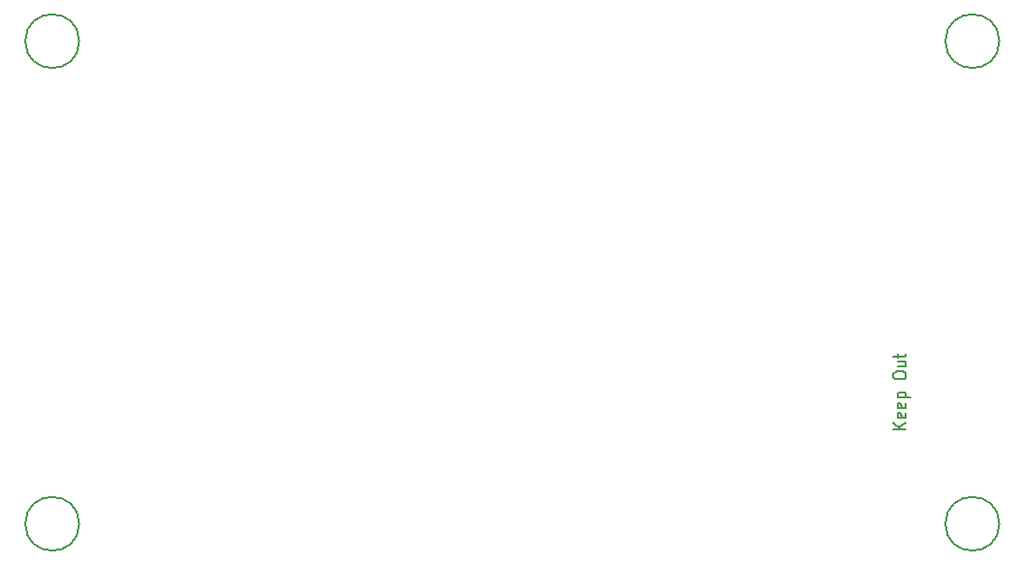
<source format=gbr>
%TF.GenerationSoftware,KiCad,Pcbnew,(6.0.8-1)-1*%
%TF.CreationDate,2023-01-11T14:40:22-05:00*%
%TF.ProjectId,smart-chessboard-controller,736d6172-742d-4636-9865-7373626f6172,C*%
%TF.SameCoordinates,Original*%
%TF.FileFunction,Other,Comment*%
%FSLAX46Y46*%
G04 Gerber Fmt 4.6, Leading zero omitted, Abs format (unit mm)*
G04 Created by KiCad (PCBNEW (6.0.8-1)-1) date 2023-01-11 14:40:22*
%MOMM*%
%LPD*%
G01*
G04 APERTURE LIST*
%ADD10C,0.200000*%
%ADD11C,0.150000*%
G04 APERTURE END LIST*
D10*
%TO.C,J2*%
X148648619Y-79845285D02*
X147548619Y-79845285D01*
X148648619Y-79273857D02*
X148020047Y-79702428D01*
X147548619Y-79273857D02*
X148177190Y-79845285D01*
X148596238Y-78464333D02*
X148648619Y-78559571D01*
X148648619Y-78750047D01*
X148596238Y-78845285D01*
X148491476Y-78892904D01*
X148072428Y-78892904D01*
X147967666Y-78845285D01*
X147915285Y-78750047D01*
X147915285Y-78559571D01*
X147967666Y-78464333D01*
X148072428Y-78416714D01*
X148177190Y-78416714D01*
X148281952Y-78892904D01*
X148596238Y-77607190D02*
X148648619Y-77702428D01*
X148648619Y-77892904D01*
X148596238Y-77988142D01*
X148491476Y-78035761D01*
X148072428Y-78035761D01*
X147967666Y-77988142D01*
X147915285Y-77892904D01*
X147915285Y-77702428D01*
X147967666Y-77607190D01*
X148072428Y-77559571D01*
X148177190Y-77559571D01*
X148281952Y-78035761D01*
X147915285Y-77131000D02*
X149015285Y-77131000D01*
X147967666Y-77131000D02*
X147915285Y-77035761D01*
X147915285Y-76845285D01*
X147967666Y-76750047D01*
X148020047Y-76702428D01*
X148124809Y-76654809D01*
X148439095Y-76654809D01*
X148543857Y-76702428D01*
X148596238Y-76750047D01*
X148648619Y-76845285D01*
X148648619Y-77035761D01*
X148596238Y-77131000D01*
X147548619Y-75273857D02*
X147548619Y-75083380D01*
X147601000Y-74988142D01*
X147705761Y-74892904D01*
X147915285Y-74845285D01*
X148281952Y-74845285D01*
X148491476Y-74892904D01*
X148596238Y-74988142D01*
X148648619Y-75083380D01*
X148648619Y-75273857D01*
X148596238Y-75369095D01*
X148491476Y-75464333D01*
X148281952Y-75511952D01*
X147915285Y-75511952D01*
X147705761Y-75464333D01*
X147601000Y-75369095D01*
X147548619Y-75273857D01*
X147915285Y-73988142D02*
X148648619Y-73988142D01*
X147915285Y-74416714D02*
X148491476Y-74416714D01*
X148596238Y-74369095D01*
X148648619Y-74273857D01*
X148648619Y-74131000D01*
X148596238Y-74035761D01*
X148543857Y-73988142D01*
X147915285Y-73654809D02*
X147915285Y-73273857D01*
X147548619Y-73511952D02*
X148491476Y-73511952D01*
X148596238Y-73464333D01*
X148648619Y-73369095D01*
X148648619Y-73273857D01*
D11*
%TO.C,H8*%
X76518000Y-88138000D02*
G75*
G03*
X76518000Y-88138000I-2350000J0D01*
G01*
%TO.C,H7*%
X156782000Y-88138000D02*
G75*
G03*
X156782000Y-88138000I-2350000J0D01*
G01*
%TO.C,H6*%
X156782000Y-45974000D02*
G75*
G03*
X156782000Y-45974000I-2350000J0D01*
G01*
%TO.C,H5*%
X76518000Y-45974000D02*
G75*
G03*
X76518000Y-45974000I-2350000J0D01*
G01*
%TD*%
M02*

</source>
